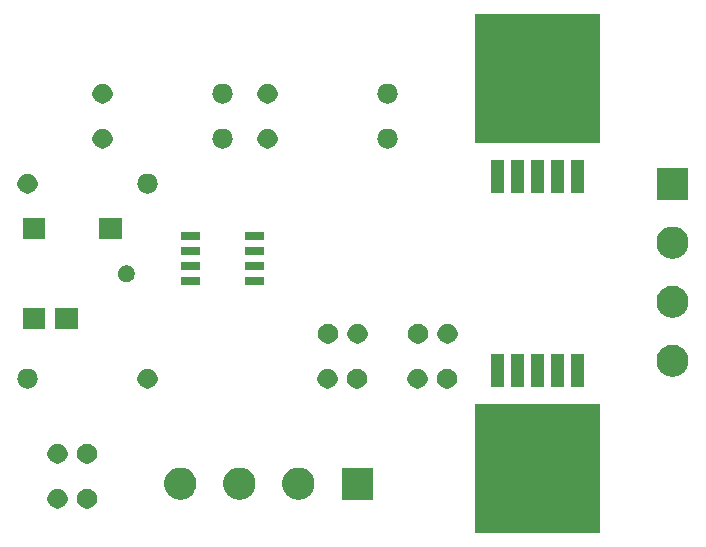
<source format=gbr>
G04 #@! TF.GenerationSoftware,KiCad,Pcbnew,(5.0.2)-1*
G04 #@! TF.CreationDate,2019-03-18T20:08:10-07:00*
G04 #@! TF.ProjectId,speaker,73706561-6b65-4722-9e6b-696361645f70,rev?*
G04 #@! TF.SameCoordinates,Original*
G04 #@! TF.FileFunction,Soldermask,Top*
G04 #@! TF.FilePolarity,Negative*
%FSLAX46Y46*%
G04 Gerber Fmt 4.6, Leading zero omitted, Abs format (unit mm)*
G04 Created by KiCad (PCBNEW (5.0.2)-1) date 3/18/2019 8:08:10 PM*
%MOMM*%
%LPD*%
G01*
G04 APERTURE LIST*
%ADD10C,0.100000*%
G04 APERTURE END LIST*
D10*
G36*
X199593400Y-119786600D02*
X189026600Y-119786600D01*
X189026600Y-108813400D01*
X199593400Y-108813400D01*
X199593400Y-119786600D01*
X199593400Y-119786600D01*
G37*
G36*
X156418228Y-116021703D02*
X156573100Y-116085853D01*
X156712481Y-116178985D01*
X156831015Y-116297519D01*
X156924147Y-116436900D01*
X156988297Y-116591772D01*
X157021000Y-116756184D01*
X157021000Y-116923816D01*
X156988297Y-117088228D01*
X156924147Y-117243100D01*
X156831015Y-117382481D01*
X156712481Y-117501015D01*
X156573100Y-117594147D01*
X156418228Y-117658297D01*
X156253816Y-117691000D01*
X156086184Y-117691000D01*
X155921772Y-117658297D01*
X155766900Y-117594147D01*
X155627519Y-117501015D01*
X155508985Y-117382481D01*
X155415853Y-117243100D01*
X155351703Y-117088228D01*
X155319000Y-116923816D01*
X155319000Y-116756184D01*
X155351703Y-116591772D01*
X155415853Y-116436900D01*
X155508985Y-116297519D01*
X155627519Y-116178985D01*
X155766900Y-116085853D01*
X155921772Y-116021703D01*
X156086184Y-115989000D01*
X156253816Y-115989000D01*
X156418228Y-116021703D01*
X156418228Y-116021703D01*
G37*
G36*
X153918228Y-116021703D02*
X154073100Y-116085853D01*
X154212481Y-116178985D01*
X154331015Y-116297519D01*
X154424147Y-116436900D01*
X154488297Y-116591772D01*
X154521000Y-116756184D01*
X154521000Y-116923816D01*
X154488297Y-117088228D01*
X154424147Y-117243100D01*
X154331015Y-117382481D01*
X154212481Y-117501015D01*
X154073100Y-117594147D01*
X153918228Y-117658297D01*
X153753816Y-117691000D01*
X153586184Y-117691000D01*
X153421772Y-117658297D01*
X153266900Y-117594147D01*
X153127519Y-117501015D01*
X153008985Y-117382481D01*
X152915853Y-117243100D01*
X152851703Y-117088228D01*
X152819000Y-116923816D01*
X152819000Y-116756184D01*
X152851703Y-116591772D01*
X152915853Y-116436900D01*
X153008985Y-116297519D01*
X153127519Y-116178985D01*
X153266900Y-116085853D01*
X153421772Y-116021703D01*
X153586184Y-115989000D01*
X153753816Y-115989000D01*
X153918228Y-116021703D01*
X153918228Y-116021703D01*
G37*
G36*
X164333567Y-114244959D02*
X164464072Y-114270918D01*
X164709939Y-114372759D01*
X164930464Y-114520110D01*
X164931215Y-114520612D01*
X165119388Y-114708785D01*
X165119390Y-114708788D01*
X165267241Y-114930061D01*
X165369082Y-115175928D01*
X165421000Y-115436938D01*
X165421000Y-115703062D01*
X165369082Y-115964072D01*
X165267241Y-116209939D01*
X165208721Y-116297519D01*
X165119388Y-116431215D01*
X164931215Y-116619388D01*
X164931212Y-116619390D01*
X164709939Y-116767241D01*
X164464072Y-116869082D01*
X164333567Y-116895041D01*
X164203063Y-116921000D01*
X163936937Y-116921000D01*
X163806433Y-116895041D01*
X163675928Y-116869082D01*
X163430061Y-116767241D01*
X163208788Y-116619390D01*
X163208785Y-116619388D01*
X163020612Y-116431215D01*
X162931279Y-116297519D01*
X162872759Y-116209939D01*
X162770918Y-115964072D01*
X162719000Y-115703062D01*
X162719000Y-115436938D01*
X162770918Y-115175928D01*
X162872759Y-114930061D01*
X163020610Y-114708788D01*
X163020612Y-114708785D01*
X163208785Y-114520612D01*
X163209536Y-114520110D01*
X163430061Y-114372759D01*
X163675928Y-114270918D01*
X163806433Y-114244959D01*
X163936937Y-114219000D01*
X164203063Y-114219000D01*
X164333567Y-114244959D01*
X164333567Y-114244959D01*
G37*
G36*
X180421000Y-116921000D02*
X177719000Y-116921000D01*
X177719000Y-114219000D01*
X180421000Y-114219000D01*
X180421000Y-116921000D01*
X180421000Y-116921000D01*
G37*
G36*
X174333567Y-114244959D02*
X174464072Y-114270918D01*
X174709939Y-114372759D01*
X174930464Y-114520110D01*
X174931215Y-114520612D01*
X175119388Y-114708785D01*
X175119390Y-114708788D01*
X175267241Y-114930061D01*
X175369082Y-115175928D01*
X175421000Y-115436938D01*
X175421000Y-115703062D01*
X175369082Y-115964072D01*
X175267241Y-116209939D01*
X175208721Y-116297519D01*
X175119388Y-116431215D01*
X174931215Y-116619388D01*
X174931212Y-116619390D01*
X174709939Y-116767241D01*
X174464072Y-116869082D01*
X174333567Y-116895041D01*
X174203063Y-116921000D01*
X173936937Y-116921000D01*
X173806433Y-116895041D01*
X173675928Y-116869082D01*
X173430061Y-116767241D01*
X173208788Y-116619390D01*
X173208785Y-116619388D01*
X173020612Y-116431215D01*
X172931279Y-116297519D01*
X172872759Y-116209939D01*
X172770918Y-115964072D01*
X172719000Y-115703062D01*
X172719000Y-115436938D01*
X172770918Y-115175928D01*
X172872759Y-114930061D01*
X173020610Y-114708788D01*
X173020612Y-114708785D01*
X173208785Y-114520612D01*
X173209536Y-114520110D01*
X173430061Y-114372759D01*
X173675928Y-114270918D01*
X173806433Y-114244959D01*
X173936937Y-114219000D01*
X174203063Y-114219000D01*
X174333567Y-114244959D01*
X174333567Y-114244959D01*
G37*
G36*
X169333567Y-114244959D02*
X169464072Y-114270918D01*
X169709939Y-114372759D01*
X169930464Y-114520110D01*
X169931215Y-114520612D01*
X170119388Y-114708785D01*
X170119390Y-114708788D01*
X170267241Y-114930061D01*
X170369082Y-115175928D01*
X170421000Y-115436938D01*
X170421000Y-115703062D01*
X170369082Y-115964072D01*
X170267241Y-116209939D01*
X170208721Y-116297519D01*
X170119388Y-116431215D01*
X169931215Y-116619388D01*
X169931212Y-116619390D01*
X169709939Y-116767241D01*
X169464072Y-116869082D01*
X169333567Y-116895041D01*
X169203063Y-116921000D01*
X168936937Y-116921000D01*
X168806433Y-116895041D01*
X168675928Y-116869082D01*
X168430061Y-116767241D01*
X168208788Y-116619390D01*
X168208785Y-116619388D01*
X168020612Y-116431215D01*
X167931279Y-116297519D01*
X167872759Y-116209939D01*
X167770918Y-115964072D01*
X167719000Y-115703062D01*
X167719000Y-115436938D01*
X167770918Y-115175928D01*
X167872759Y-114930061D01*
X168020610Y-114708788D01*
X168020612Y-114708785D01*
X168208785Y-114520612D01*
X168209536Y-114520110D01*
X168430061Y-114372759D01*
X168675928Y-114270918D01*
X168806433Y-114244959D01*
X168936937Y-114219000D01*
X169203063Y-114219000D01*
X169333567Y-114244959D01*
X169333567Y-114244959D01*
G37*
G36*
X153918228Y-112211703D02*
X154073100Y-112275853D01*
X154212481Y-112368985D01*
X154331015Y-112487519D01*
X154424147Y-112626900D01*
X154488297Y-112781772D01*
X154521000Y-112946184D01*
X154521000Y-113113816D01*
X154488297Y-113278228D01*
X154424147Y-113433100D01*
X154331015Y-113572481D01*
X154212481Y-113691015D01*
X154073100Y-113784147D01*
X153918228Y-113848297D01*
X153753816Y-113881000D01*
X153586184Y-113881000D01*
X153421772Y-113848297D01*
X153266900Y-113784147D01*
X153127519Y-113691015D01*
X153008985Y-113572481D01*
X152915853Y-113433100D01*
X152851703Y-113278228D01*
X152819000Y-113113816D01*
X152819000Y-112946184D01*
X152851703Y-112781772D01*
X152915853Y-112626900D01*
X153008985Y-112487519D01*
X153127519Y-112368985D01*
X153266900Y-112275853D01*
X153421772Y-112211703D01*
X153586184Y-112179000D01*
X153753816Y-112179000D01*
X153918228Y-112211703D01*
X153918228Y-112211703D01*
G37*
G36*
X156418228Y-112211703D02*
X156573100Y-112275853D01*
X156712481Y-112368985D01*
X156831015Y-112487519D01*
X156924147Y-112626900D01*
X156988297Y-112781772D01*
X157021000Y-112946184D01*
X157021000Y-113113816D01*
X156988297Y-113278228D01*
X156924147Y-113433100D01*
X156831015Y-113572481D01*
X156712481Y-113691015D01*
X156573100Y-113784147D01*
X156418228Y-113848297D01*
X156253816Y-113881000D01*
X156086184Y-113881000D01*
X155921772Y-113848297D01*
X155766900Y-113784147D01*
X155627519Y-113691015D01*
X155508985Y-113572481D01*
X155415853Y-113433100D01*
X155351703Y-113278228D01*
X155319000Y-113113816D01*
X155319000Y-112946184D01*
X155351703Y-112781772D01*
X155415853Y-112626900D01*
X155508985Y-112487519D01*
X155627519Y-112368985D01*
X155766900Y-112275853D01*
X155921772Y-112211703D01*
X156086184Y-112179000D01*
X156253816Y-112179000D01*
X156418228Y-112211703D01*
X156418228Y-112211703D01*
G37*
G36*
X176778228Y-105861703D02*
X176933100Y-105925853D01*
X177072481Y-106018985D01*
X177191015Y-106137519D01*
X177284147Y-106276900D01*
X177348297Y-106431772D01*
X177381000Y-106596184D01*
X177381000Y-106763816D01*
X177348297Y-106928228D01*
X177284147Y-107083100D01*
X177191015Y-107222481D01*
X177072481Y-107341015D01*
X176933100Y-107434147D01*
X176778228Y-107498297D01*
X176613816Y-107531000D01*
X176446184Y-107531000D01*
X176281772Y-107498297D01*
X176126900Y-107434147D01*
X175987519Y-107341015D01*
X175868985Y-107222481D01*
X175775853Y-107083100D01*
X175711703Y-106928228D01*
X175679000Y-106763816D01*
X175679000Y-106596184D01*
X175711703Y-106431772D01*
X175775853Y-106276900D01*
X175868985Y-106137519D01*
X175987519Y-106018985D01*
X176126900Y-105925853D01*
X176281772Y-105861703D01*
X176446184Y-105829000D01*
X176613816Y-105829000D01*
X176778228Y-105861703D01*
X176778228Y-105861703D01*
G37*
G36*
X184398228Y-105861703D02*
X184553100Y-105925853D01*
X184692481Y-106018985D01*
X184811015Y-106137519D01*
X184904147Y-106276900D01*
X184968297Y-106431772D01*
X185001000Y-106596184D01*
X185001000Y-106763816D01*
X184968297Y-106928228D01*
X184904147Y-107083100D01*
X184811015Y-107222481D01*
X184692481Y-107341015D01*
X184553100Y-107434147D01*
X184398228Y-107498297D01*
X184233816Y-107531000D01*
X184066184Y-107531000D01*
X183901772Y-107498297D01*
X183746900Y-107434147D01*
X183607519Y-107341015D01*
X183488985Y-107222481D01*
X183395853Y-107083100D01*
X183331703Y-106928228D01*
X183299000Y-106763816D01*
X183299000Y-106596184D01*
X183331703Y-106431772D01*
X183395853Y-106276900D01*
X183488985Y-106137519D01*
X183607519Y-106018985D01*
X183746900Y-105925853D01*
X183901772Y-105861703D01*
X184066184Y-105829000D01*
X184233816Y-105829000D01*
X184398228Y-105861703D01*
X184398228Y-105861703D01*
G37*
G36*
X186898228Y-105861703D02*
X187053100Y-105925853D01*
X187192481Y-106018985D01*
X187311015Y-106137519D01*
X187404147Y-106276900D01*
X187468297Y-106431772D01*
X187501000Y-106596184D01*
X187501000Y-106763816D01*
X187468297Y-106928228D01*
X187404147Y-107083100D01*
X187311015Y-107222481D01*
X187192481Y-107341015D01*
X187053100Y-107434147D01*
X186898228Y-107498297D01*
X186733816Y-107531000D01*
X186566184Y-107531000D01*
X186401772Y-107498297D01*
X186246900Y-107434147D01*
X186107519Y-107341015D01*
X185988985Y-107222481D01*
X185895853Y-107083100D01*
X185831703Y-106928228D01*
X185799000Y-106763816D01*
X185799000Y-106596184D01*
X185831703Y-106431772D01*
X185895853Y-106276900D01*
X185988985Y-106137519D01*
X186107519Y-106018985D01*
X186246900Y-105925853D01*
X186401772Y-105861703D01*
X186566184Y-105829000D01*
X186733816Y-105829000D01*
X186898228Y-105861703D01*
X186898228Y-105861703D01*
G37*
G36*
X161538228Y-105861703D02*
X161693100Y-105925853D01*
X161832481Y-106018985D01*
X161951015Y-106137519D01*
X162044147Y-106276900D01*
X162108297Y-106431772D01*
X162141000Y-106596184D01*
X162141000Y-106763816D01*
X162108297Y-106928228D01*
X162044147Y-107083100D01*
X161951015Y-107222481D01*
X161832481Y-107341015D01*
X161693100Y-107434147D01*
X161538228Y-107498297D01*
X161373816Y-107531000D01*
X161206184Y-107531000D01*
X161041772Y-107498297D01*
X160886900Y-107434147D01*
X160747519Y-107341015D01*
X160628985Y-107222481D01*
X160535853Y-107083100D01*
X160471703Y-106928228D01*
X160439000Y-106763816D01*
X160439000Y-106596184D01*
X160471703Y-106431772D01*
X160535853Y-106276900D01*
X160628985Y-106137519D01*
X160747519Y-106018985D01*
X160886900Y-105925853D01*
X161041772Y-105861703D01*
X161206184Y-105829000D01*
X161373816Y-105829000D01*
X161538228Y-105861703D01*
X161538228Y-105861703D01*
G37*
G36*
X179278228Y-105861703D02*
X179433100Y-105925853D01*
X179572481Y-106018985D01*
X179691015Y-106137519D01*
X179784147Y-106276900D01*
X179848297Y-106431772D01*
X179881000Y-106596184D01*
X179881000Y-106763816D01*
X179848297Y-106928228D01*
X179784147Y-107083100D01*
X179691015Y-107222481D01*
X179572481Y-107341015D01*
X179433100Y-107434147D01*
X179278228Y-107498297D01*
X179113816Y-107531000D01*
X178946184Y-107531000D01*
X178781772Y-107498297D01*
X178626900Y-107434147D01*
X178487519Y-107341015D01*
X178368985Y-107222481D01*
X178275853Y-107083100D01*
X178211703Y-106928228D01*
X178179000Y-106763816D01*
X178179000Y-106596184D01*
X178211703Y-106431772D01*
X178275853Y-106276900D01*
X178368985Y-106137519D01*
X178487519Y-106018985D01*
X178626900Y-105925853D01*
X178781772Y-105861703D01*
X178946184Y-105829000D01*
X179113816Y-105829000D01*
X179278228Y-105861703D01*
X179278228Y-105861703D01*
G37*
G36*
X151296821Y-105841313D02*
X151296824Y-105841314D01*
X151296825Y-105841314D01*
X151457239Y-105889975D01*
X151457241Y-105889976D01*
X151457244Y-105889977D01*
X151605078Y-105968995D01*
X151734659Y-106075341D01*
X151841005Y-106204922D01*
X151920023Y-106352756D01*
X151920024Y-106352759D01*
X151920025Y-106352761D01*
X151968686Y-106513175D01*
X151968687Y-106513179D01*
X151985117Y-106680000D01*
X151968687Y-106846821D01*
X151968686Y-106846824D01*
X151968686Y-106846825D01*
X151943993Y-106928228D01*
X151920023Y-107007244D01*
X151841005Y-107155078D01*
X151734659Y-107284659D01*
X151605078Y-107391005D01*
X151457244Y-107470023D01*
X151457241Y-107470024D01*
X151457239Y-107470025D01*
X151296825Y-107518686D01*
X151296824Y-107518686D01*
X151296821Y-107518687D01*
X151171804Y-107531000D01*
X151088196Y-107531000D01*
X150963179Y-107518687D01*
X150963176Y-107518686D01*
X150963175Y-107518686D01*
X150802761Y-107470025D01*
X150802759Y-107470024D01*
X150802756Y-107470023D01*
X150654922Y-107391005D01*
X150525341Y-107284659D01*
X150418995Y-107155078D01*
X150339977Y-107007244D01*
X150316008Y-106928228D01*
X150291314Y-106846825D01*
X150291314Y-106846824D01*
X150291313Y-106846821D01*
X150274883Y-106680000D01*
X150291313Y-106513179D01*
X150291314Y-106513175D01*
X150339975Y-106352761D01*
X150339976Y-106352759D01*
X150339977Y-106352756D01*
X150418995Y-106204922D01*
X150525341Y-106075341D01*
X150654922Y-105968995D01*
X150802756Y-105889977D01*
X150802759Y-105889976D01*
X150802761Y-105889975D01*
X150963175Y-105841314D01*
X150963176Y-105841314D01*
X150963179Y-105841313D01*
X151088196Y-105829000D01*
X151171804Y-105829000D01*
X151296821Y-105841313D01*
X151296821Y-105841313D01*
G37*
G36*
X196570800Y-107416800D02*
X195452800Y-107416800D01*
X195452800Y-104622400D01*
X196570800Y-104622400D01*
X196570800Y-107416800D01*
X196570800Y-107416800D01*
G37*
G36*
X198272600Y-107416800D02*
X197154600Y-107416800D01*
X197154600Y-104622400D01*
X198272600Y-104622400D01*
X198272600Y-107416800D01*
X198272600Y-107416800D01*
G37*
G36*
X194869000Y-107416800D02*
X193751000Y-107416800D01*
X193751000Y-104622400D01*
X194869000Y-104622400D01*
X194869000Y-107416800D01*
X194869000Y-107416800D01*
G37*
G36*
X193167200Y-107416800D02*
X192049200Y-107416800D01*
X192049200Y-104622400D01*
X193167200Y-104622400D01*
X193167200Y-107416800D01*
X193167200Y-107416800D01*
G37*
G36*
X191465400Y-107416800D02*
X190347400Y-107416800D01*
X190347400Y-104622400D01*
X191465400Y-104622400D01*
X191465400Y-107416800D01*
X191465400Y-107416800D01*
G37*
G36*
X206003567Y-103844959D02*
X206134072Y-103870918D01*
X206379939Y-103972759D01*
X206600464Y-104120110D01*
X206601215Y-104120612D01*
X206789388Y-104308785D01*
X206789390Y-104308788D01*
X206937241Y-104530061D01*
X207039082Y-104775928D01*
X207091000Y-105036938D01*
X207091000Y-105303062D01*
X207039082Y-105564072D01*
X206937241Y-105809939D01*
X206797560Y-106018985D01*
X206789388Y-106031215D01*
X206601215Y-106219388D01*
X206601212Y-106219390D01*
X206379939Y-106367241D01*
X206134072Y-106469082D01*
X206003567Y-106495041D01*
X205873063Y-106521000D01*
X205606937Y-106521000D01*
X205476433Y-106495041D01*
X205345928Y-106469082D01*
X205100061Y-106367241D01*
X204878788Y-106219390D01*
X204878785Y-106219388D01*
X204690612Y-106031215D01*
X204682440Y-106018985D01*
X204542759Y-105809939D01*
X204440918Y-105564072D01*
X204389000Y-105303062D01*
X204389000Y-105036938D01*
X204440918Y-104775928D01*
X204542759Y-104530061D01*
X204690610Y-104308788D01*
X204690612Y-104308785D01*
X204878785Y-104120612D01*
X204879536Y-104120110D01*
X205100061Y-103972759D01*
X205345928Y-103870918D01*
X205476433Y-103844959D01*
X205606937Y-103819000D01*
X205873063Y-103819000D01*
X206003567Y-103844959D01*
X206003567Y-103844959D01*
G37*
G36*
X184438228Y-102051703D02*
X184593100Y-102115853D01*
X184732481Y-102208985D01*
X184851015Y-102327519D01*
X184944147Y-102466900D01*
X185008297Y-102621772D01*
X185041000Y-102786184D01*
X185041000Y-102953816D01*
X185008297Y-103118228D01*
X184944147Y-103273100D01*
X184851015Y-103412481D01*
X184732481Y-103531015D01*
X184593100Y-103624147D01*
X184438228Y-103688297D01*
X184273816Y-103721000D01*
X184106184Y-103721000D01*
X183941772Y-103688297D01*
X183786900Y-103624147D01*
X183647519Y-103531015D01*
X183528985Y-103412481D01*
X183435853Y-103273100D01*
X183371703Y-103118228D01*
X183339000Y-102953816D01*
X183339000Y-102786184D01*
X183371703Y-102621772D01*
X183435853Y-102466900D01*
X183528985Y-102327519D01*
X183647519Y-102208985D01*
X183786900Y-102115853D01*
X183941772Y-102051703D01*
X184106184Y-102019000D01*
X184273816Y-102019000D01*
X184438228Y-102051703D01*
X184438228Y-102051703D01*
G37*
G36*
X186938228Y-102051703D02*
X187093100Y-102115853D01*
X187232481Y-102208985D01*
X187351015Y-102327519D01*
X187444147Y-102466900D01*
X187508297Y-102621772D01*
X187541000Y-102786184D01*
X187541000Y-102953816D01*
X187508297Y-103118228D01*
X187444147Y-103273100D01*
X187351015Y-103412481D01*
X187232481Y-103531015D01*
X187093100Y-103624147D01*
X186938228Y-103688297D01*
X186773816Y-103721000D01*
X186606184Y-103721000D01*
X186441772Y-103688297D01*
X186286900Y-103624147D01*
X186147519Y-103531015D01*
X186028985Y-103412481D01*
X185935853Y-103273100D01*
X185871703Y-103118228D01*
X185839000Y-102953816D01*
X185839000Y-102786184D01*
X185871703Y-102621772D01*
X185935853Y-102466900D01*
X186028985Y-102327519D01*
X186147519Y-102208985D01*
X186286900Y-102115853D01*
X186441772Y-102051703D01*
X186606184Y-102019000D01*
X186773816Y-102019000D01*
X186938228Y-102051703D01*
X186938228Y-102051703D01*
G37*
G36*
X179318228Y-102051703D02*
X179473100Y-102115853D01*
X179612481Y-102208985D01*
X179731015Y-102327519D01*
X179824147Y-102466900D01*
X179888297Y-102621772D01*
X179921000Y-102786184D01*
X179921000Y-102953816D01*
X179888297Y-103118228D01*
X179824147Y-103273100D01*
X179731015Y-103412481D01*
X179612481Y-103531015D01*
X179473100Y-103624147D01*
X179318228Y-103688297D01*
X179153816Y-103721000D01*
X178986184Y-103721000D01*
X178821772Y-103688297D01*
X178666900Y-103624147D01*
X178527519Y-103531015D01*
X178408985Y-103412481D01*
X178315853Y-103273100D01*
X178251703Y-103118228D01*
X178219000Y-102953816D01*
X178219000Y-102786184D01*
X178251703Y-102621772D01*
X178315853Y-102466900D01*
X178408985Y-102327519D01*
X178527519Y-102208985D01*
X178666900Y-102115853D01*
X178821772Y-102051703D01*
X178986184Y-102019000D01*
X179153816Y-102019000D01*
X179318228Y-102051703D01*
X179318228Y-102051703D01*
G37*
G36*
X176818228Y-102051703D02*
X176973100Y-102115853D01*
X177112481Y-102208985D01*
X177231015Y-102327519D01*
X177324147Y-102466900D01*
X177388297Y-102621772D01*
X177421000Y-102786184D01*
X177421000Y-102953816D01*
X177388297Y-103118228D01*
X177324147Y-103273100D01*
X177231015Y-103412481D01*
X177112481Y-103531015D01*
X176973100Y-103624147D01*
X176818228Y-103688297D01*
X176653816Y-103721000D01*
X176486184Y-103721000D01*
X176321772Y-103688297D01*
X176166900Y-103624147D01*
X176027519Y-103531015D01*
X175908985Y-103412481D01*
X175815853Y-103273100D01*
X175751703Y-103118228D01*
X175719000Y-102953816D01*
X175719000Y-102786184D01*
X175751703Y-102621772D01*
X175815853Y-102466900D01*
X175908985Y-102327519D01*
X176027519Y-102208985D01*
X176166900Y-102115853D01*
X176321772Y-102051703D01*
X176486184Y-102019000D01*
X176653816Y-102019000D01*
X176818228Y-102051703D01*
X176818228Y-102051703D01*
G37*
G36*
X155391000Y-102491000D02*
X153489000Y-102491000D01*
X153489000Y-100739000D01*
X155391000Y-100739000D01*
X155391000Y-102491000D01*
X155391000Y-102491000D01*
G37*
G36*
X152641000Y-102491000D02*
X150739000Y-102491000D01*
X150739000Y-100739000D01*
X152641000Y-100739000D01*
X152641000Y-102491000D01*
X152641000Y-102491000D01*
G37*
G36*
X206003567Y-98844959D02*
X206134072Y-98870918D01*
X206379939Y-98972759D01*
X206600464Y-99120110D01*
X206601215Y-99120612D01*
X206789388Y-99308785D01*
X206789390Y-99308788D01*
X206937241Y-99530061D01*
X207039082Y-99775928D01*
X207091000Y-100036938D01*
X207091000Y-100303062D01*
X207039082Y-100564072D01*
X206937241Y-100809939D01*
X206789890Y-101030464D01*
X206789388Y-101031215D01*
X206601215Y-101219388D01*
X206601212Y-101219390D01*
X206379939Y-101367241D01*
X206134072Y-101469082D01*
X206003567Y-101495041D01*
X205873063Y-101521000D01*
X205606937Y-101521000D01*
X205476433Y-101495041D01*
X205345928Y-101469082D01*
X205100061Y-101367241D01*
X204878788Y-101219390D01*
X204878785Y-101219388D01*
X204690612Y-101031215D01*
X204690110Y-101030464D01*
X204542759Y-100809939D01*
X204440918Y-100564072D01*
X204389000Y-100303062D01*
X204389000Y-100036938D01*
X204440918Y-99775928D01*
X204542759Y-99530061D01*
X204690610Y-99308788D01*
X204690612Y-99308785D01*
X204878785Y-99120612D01*
X204879536Y-99120110D01*
X205100061Y-98972759D01*
X205345928Y-98870918D01*
X205476433Y-98844959D01*
X205606937Y-98819000D01*
X205873063Y-98819000D01*
X206003567Y-98844959D01*
X206003567Y-98844959D01*
G37*
G36*
X171165700Y-98780800D02*
X169514300Y-98780800D01*
X169514300Y-98069200D01*
X171165700Y-98069200D01*
X171165700Y-98780800D01*
X171165700Y-98780800D01*
G37*
G36*
X165765700Y-98780800D02*
X164114300Y-98780800D01*
X164114300Y-98069200D01*
X165765700Y-98069200D01*
X165765700Y-98780800D01*
X165765700Y-98780800D01*
G37*
G36*
X159694472Y-97115938D02*
X159822049Y-97168782D01*
X159936865Y-97245500D01*
X160034500Y-97343135D01*
X160111218Y-97457951D01*
X160164062Y-97585528D01*
X160191000Y-97720956D01*
X160191000Y-97859044D01*
X160164062Y-97994472D01*
X160111218Y-98122049D01*
X160034500Y-98236865D01*
X159936865Y-98334500D01*
X159822049Y-98411218D01*
X159694472Y-98464062D01*
X159559044Y-98491000D01*
X159420956Y-98491000D01*
X159285528Y-98464062D01*
X159157951Y-98411218D01*
X159043135Y-98334500D01*
X158945500Y-98236865D01*
X158868782Y-98122049D01*
X158815938Y-97994472D01*
X158789000Y-97859044D01*
X158789000Y-97720956D01*
X158815938Y-97585528D01*
X158868782Y-97457951D01*
X158945500Y-97343135D01*
X159043135Y-97245500D01*
X159157951Y-97168782D01*
X159285528Y-97115938D01*
X159420956Y-97089000D01*
X159559044Y-97089000D01*
X159694472Y-97115938D01*
X159694472Y-97115938D01*
G37*
G36*
X171165700Y-97510800D02*
X169514300Y-97510800D01*
X169514300Y-96799200D01*
X171165700Y-96799200D01*
X171165700Y-97510800D01*
X171165700Y-97510800D01*
G37*
G36*
X165765700Y-97510800D02*
X164114300Y-97510800D01*
X164114300Y-96799200D01*
X165765700Y-96799200D01*
X165765700Y-97510800D01*
X165765700Y-97510800D01*
G37*
G36*
X206003567Y-93844959D02*
X206134072Y-93870918D01*
X206379939Y-93972759D01*
X206600464Y-94120110D01*
X206601215Y-94120612D01*
X206789388Y-94308785D01*
X206789390Y-94308788D01*
X206937241Y-94530061D01*
X207039082Y-94775928D01*
X207091000Y-95036938D01*
X207091000Y-95303062D01*
X207039082Y-95564072D01*
X206937241Y-95809939D01*
X206789890Y-96030464D01*
X206789388Y-96031215D01*
X206601215Y-96219388D01*
X206601212Y-96219390D01*
X206379939Y-96367241D01*
X206134072Y-96469082D01*
X206003567Y-96495041D01*
X205873063Y-96521000D01*
X205606937Y-96521000D01*
X205476433Y-96495041D01*
X205345928Y-96469082D01*
X205100061Y-96367241D01*
X204878788Y-96219390D01*
X204878785Y-96219388D01*
X204690612Y-96031215D01*
X204690110Y-96030464D01*
X204542759Y-95809939D01*
X204440918Y-95564072D01*
X204389000Y-95303062D01*
X204389000Y-95036938D01*
X204440918Y-94775928D01*
X204542759Y-94530061D01*
X204690610Y-94308788D01*
X204690612Y-94308785D01*
X204878785Y-94120612D01*
X204879536Y-94120110D01*
X205100061Y-93972759D01*
X205345928Y-93870918D01*
X205476433Y-93844959D01*
X205606937Y-93819000D01*
X205873063Y-93819000D01*
X206003567Y-93844959D01*
X206003567Y-93844959D01*
G37*
G36*
X165765700Y-96240800D02*
X164114300Y-96240800D01*
X164114300Y-95529200D01*
X165765700Y-95529200D01*
X165765700Y-96240800D01*
X165765700Y-96240800D01*
G37*
G36*
X171165700Y-96240800D02*
X169514300Y-96240800D01*
X169514300Y-95529200D01*
X171165700Y-95529200D01*
X171165700Y-96240800D01*
X171165700Y-96240800D01*
G37*
G36*
X171165700Y-94970800D02*
X169514300Y-94970800D01*
X169514300Y-94259200D01*
X171165700Y-94259200D01*
X171165700Y-94970800D01*
X171165700Y-94970800D01*
G37*
G36*
X165765700Y-94970800D02*
X164114300Y-94970800D01*
X164114300Y-94259200D01*
X165765700Y-94259200D01*
X165765700Y-94970800D01*
X165765700Y-94970800D01*
G37*
G36*
X152641000Y-94841000D02*
X150739000Y-94841000D01*
X150739000Y-93089000D01*
X152641000Y-93089000D01*
X152641000Y-94841000D01*
X152641000Y-94841000D01*
G37*
G36*
X159091000Y-94841000D02*
X157189000Y-94841000D01*
X157189000Y-93089000D01*
X159091000Y-93089000D01*
X159091000Y-94841000D01*
X159091000Y-94841000D01*
G37*
G36*
X207091000Y-91521000D02*
X204389000Y-91521000D01*
X204389000Y-88819000D01*
X207091000Y-88819000D01*
X207091000Y-91521000D01*
X207091000Y-91521000D01*
G37*
G36*
X161456821Y-89331313D02*
X161456824Y-89331314D01*
X161456825Y-89331314D01*
X161617239Y-89379975D01*
X161617241Y-89379976D01*
X161617244Y-89379977D01*
X161765078Y-89458995D01*
X161894659Y-89565341D01*
X162001005Y-89694922D01*
X162080023Y-89842756D01*
X162080024Y-89842759D01*
X162080025Y-89842761D01*
X162128686Y-90003175D01*
X162128687Y-90003179D01*
X162145117Y-90170000D01*
X162128687Y-90336821D01*
X162128686Y-90336824D01*
X162128686Y-90336825D01*
X162103993Y-90418228D01*
X162080023Y-90497244D01*
X162001005Y-90645078D01*
X161894659Y-90774659D01*
X161765078Y-90881005D01*
X161617244Y-90960023D01*
X161617241Y-90960024D01*
X161617239Y-90960025D01*
X161456825Y-91008686D01*
X161456824Y-91008686D01*
X161456821Y-91008687D01*
X161331804Y-91021000D01*
X161248196Y-91021000D01*
X161123179Y-91008687D01*
X161123176Y-91008686D01*
X161123175Y-91008686D01*
X160962761Y-90960025D01*
X160962759Y-90960024D01*
X160962756Y-90960023D01*
X160814922Y-90881005D01*
X160685341Y-90774659D01*
X160578995Y-90645078D01*
X160499977Y-90497244D01*
X160476008Y-90418228D01*
X160451314Y-90336825D01*
X160451314Y-90336824D01*
X160451313Y-90336821D01*
X160434883Y-90170000D01*
X160451313Y-90003179D01*
X160451314Y-90003175D01*
X160499975Y-89842761D01*
X160499976Y-89842759D01*
X160499977Y-89842756D01*
X160578995Y-89694922D01*
X160685341Y-89565341D01*
X160814922Y-89458995D01*
X160962756Y-89379977D01*
X160962759Y-89379976D01*
X160962761Y-89379975D01*
X161123175Y-89331314D01*
X161123176Y-89331314D01*
X161123179Y-89331313D01*
X161248196Y-89319000D01*
X161331804Y-89319000D01*
X161456821Y-89331313D01*
X161456821Y-89331313D01*
G37*
G36*
X151378228Y-89351703D02*
X151533100Y-89415853D01*
X151672481Y-89508985D01*
X151791015Y-89627519D01*
X151884147Y-89766900D01*
X151948297Y-89921772D01*
X151981000Y-90086184D01*
X151981000Y-90253816D01*
X151948297Y-90418228D01*
X151884147Y-90573100D01*
X151791015Y-90712481D01*
X151672481Y-90831015D01*
X151533100Y-90924147D01*
X151378228Y-90988297D01*
X151213816Y-91021000D01*
X151046184Y-91021000D01*
X150881772Y-90988297D01*
X150726900Y-90924147D01*
X150587519Y-90831015D01*
X150468985Y-90712481D01*
X150375853Y-90573100D01*
X150311703Y-90418228D01*
X150279000Y-90253816D01*
X150279000Y-90086184D01*
X150311703Y-89921772D01*
X150375853Y-89766900D01*
X150468985Y-89627519D01*
X150587519Y-89508985D01*
X150726900Y-89415853D01*
X150881772Y-89351703D01*
X151046184Y-89319000D01*
X151213816Y-89319000D01*
X151378228Y-89351703D01*
X151378228Y-89351703D01*
G37*
G36*
X198272600Y-90957600D02*
X197154600Y-90957600D01*
X197154600Y-88163200D01*
X198272600Y-88163200D01*
X198272600Y-90957600D01*
X198272600Y-90957600D01*
G37*
G36*
X191465400Y-90957600D02*
X190347400Y-90957600D01*
X190347400Y-88163200D01*
X191465400Y-88163200D01*
X191465400Y-90957600D01*
X191465400Y-90957600D01*
G37*
G36*
X193167200Y-90957600D02*
X192049200Y-90957600D01*
X192049200Y-88163200D01*
X193167200Y-88163200D01*
X193167200Y-90957600D01*
X193167200Y-90957600D01*
G37*
G36*
X194869000Y-90957600D02*
X193751000Y-90957600D01*
X193751000Y-88163200D01*
X194869000Y-88163200D01*
X194869000Y-90957600D01*
X194869000Y-90957600D01*
G37*
G36*
X196570800Y-90957600D02*
X195452800Y-90957600D01*
X195452800Y-88163200D01*
X196570800Y-88163200D01*
X196570800Y-90957600D01*
X196570800Y-90957600D01*
G37*
G36*
X167806821Y-85521313D02*
X167806824Y-85521314D01*
X167806825Y-85521314D01*
X167967239Y-85569975D01*
X167967241Y-85569976D01*
X167967244Y-85569977D01*
X168115078Y-85648995D01*
X168244659Y-85755341D01*
X168351005Y-85884922D01*
X168430023Y-86032756D01*
X168430024Y-86032759D01*
X168430025Y-86032761D01*
X168478686Y-86193175D01*
X168478687Y-86193179D01*
X168495117Y-86360000D01*
X168478687Y-86526821D01*
X168478686Y-86526824D01*
X168478686Y-86526825D01*
X168453993Y-86608228D01*
X168430023Y-86687244D01*
X168351005Y-86835078D01*
X168244659Y-86964659D01*
X168115078Y-87071005D01*
X167967244Y-87150023D01*
X167967241Y-87150024D01*
X167967239Y-87150025D01*
X167806825Y-87198686D01*
X167806824Y-87198686D01*
X167806821Y-87198687D01*
X167681804Y-87211000D01*
X167598196Y-87211000D01*
X167473179Y-87198687D01*
X167473176Y-87198686D01*
X167473175Y-87198686D01*
X167312761Y-87150025D01*
X167312759Y-87150024D01*
X167312756Y-87150023D01*
X167164922Y-87071005D01*
X167035341Y-86964659D01*
X166928995Y-86835078D01*
X166849977Y-86687244D01*
X166826008Y-86608228D01*
X166801314Y-86526825D01*
X166801314Y-86526824D01*
X166801313Y-86526821D01*
X166784883Y-86360000D01*
X166801313Y-86193179D01*
X166801314Y-86193175D01*
X166849975Y-86032761D01*
X166849976Y-86032759D01*
X166849977Y-86032756D01*
X166928995Y-85884922D01*
X167035341Y-85755341D01*
X167164922Y-85648995D01*
X167312756Y-85569977D01*
X167312759Y-85569976D01*
X167312761Y-85569975D01*
X167473175Y-85521314D01*
X167473176Y-85521314D01*
X167473179Y-85521313D01*
X167598196Y-85509000D01*
X167681804Y-85509000D01*
X167806821Y-85521313D01*
X167806821Y-85521313D01*
G37*
G36*
X181776821Y-85521313D02*
X181776824Y-85521314D01*
X181776825Y-85521314D01*
X181937239Y-85569975D01*
X181937241Y-85569976D01*
X181937244Y-85569977D01*
X182085078Y-85648995D01*
X182214659Y-85755341D01*
X182321005Y-85884922D01*
X182400023Y-86032756D01*
X182400024Y-86032759D01*
X182400025Y-86032761D01*
X182448686Y-86193175D01*
X182448687Y-86193179D01*
X182465117Y-86360000D01*
X182448687Y-86526821D01*
X182448686Y-86526824D01*
X182448686Y-86526825D01*
X182423993Y-86608228D01*
X182400023Y-86687244D01*
X182321005Y-86835078D01*
X182214659Y-86964659D01*
X182085078Y-87071005D01*
X181937244Y-87150023D01*
X181937241Y-87150024D01*
X181937239Y-87150025D01*
X181776825Y-87198686D01*
X181776824Y-87198686D01*
X181776821Y-87198687D01*
X181651804Y-87211000D01*
X181568196Y-87211000D01*
X181443179Y-87198687D01*
X181443176Y-87198686D01*
X181443175Y-87198686D01*
X181282761Y-87150025D01*
X181282759Y-87150024D01*
X181282756Y-87150023D01*
X181134922Y-87071005D01*
X181005341Y-86964659D01*
X180898995Y-86835078D01*
X180819977Y-86687244D01*
X180796008Y-86608228D01*
X180771314Y-86526825D01*
X180771314Y-86526824D01*
X180771313Y-86526821D01*
X180754883Y-86360000D01*
X180771313Y-86193179D01*
X180771314Y-86193175D01*
X180819975Y-86032761D01*
X180819976Y-86032759D01*
X180819977Y-86032756D01*
X180898995Y-85884922D01*
X181005341Y-85755341D01*
X181134922Y-85648995D01*
X181282756Y-85569977D01*
X181282759Y-85569976D01*
X181282761Y-85569975D01*
X181443175Y-85521314D01*
X181443176Y-85521314D01*
X181443179Y-85521313D01*
X181568196Y-85509000D01*
X181651804Y-85509000D01*
X181776821Y-85521313D01*
X181776821Y-85521313D01*
G37*
G36*
X171698228Y-85541703D02*
X171853100Y-85605853D01*
X171992481Y-85698985D01*
X172111015Y-85817519D01*
X172204147Y-85956900D01*
X172268297Y-86111772D01*
X172301000Y-86276184D01*
X172301000Y-86443816D01*
X172268297Y-86608228D01*
X172204147Y-86763100D01*
X172111015Y-86902481D01*
X171992481Y-87021015D01*
X171853100Y-87114147D01*
X171698228Y-87178297D01*
X171533816Y-87211000D01*
X171366184Y-87211000D01*
X171201772Y-87178297D01*
X171046900Y-87114147D01*
X170907519Y-87021015D01*
X170788985Y-86902481D01*
X170695853Y-86763100D01*
X170631703Y-86608228D01*
X170599000Y-86443816D01*
X170599000Y-86276184D01*
X170631703Y-86111772D01*
X170695853Y-85956900D01*
X170788985Y-85817519D01*
X170907519Y-85698985D01*
X171046900Y-85605853D01*
X171201772Y-85541703D01*
X171366184Y-85509000D01*
X171533816Y-85509000D01*
X171698228Y-85541703D01*
X171698228Y-85541703D01*
G37*
G36*
X157728228Y-85541703D02*
X157883100Y-85605853D01*
X158022481Y-85698985D01*
X158141015Y-85817519D01*
X158234147Y-85956900D01*
X158298297Y-86111772D01*
X158331000Y-86276184D01*
X158331000Y-86443816D01*
X158298297Y-86608228D01*
X158234147Y-86763100D01*
X158141015Y-86902481D01*
X158022481Y-87021015D01*
X157883100Y-87114147D01*
X157728228Y-87178297D01*
X157563816Y-87211000D01*
X157396184Y-87211000D01*
X157231772Y-87178297D01*
X157076900Y-87114147D01*
X156937519Y-87021015D01*
X156818985Y-86902481D01*
X156725853Y-86763100D01*
X156661703Y-86608228D01*
X156629000Y-86443816D01*
X156629000Y-86276184D01*
X156661703Y-86111772D01*
X156725853Y-85956900D01*
X156818985Y-85817519D01*
X156937519Y-85698985D01*
X157076900Y-85605853D01*
X157231772Y-85541703D01*
X157396184Y-85509000D01*
X157563816Y-85509000D01*
X157728228Y-85541703D01*
X157728228Y-85541703D01*
G37*
G36*
X199593400Y-86766600D02*
X189026600Y-86766600D01*
X189026600Y-75793400D01*
X199593400Y-75793400D01*
X199593400Y-86766600D01*
X199593400Y-86766600D01*
G37*
G36*
X181776821Y-81711313D02*
X181776824Y-81711314D01*
X181776825Y-81711314D01*
X181937239Y-81759975D01*
X181937241Y-81759976D01*
X181937244Y-81759977D01*
X182085078Y-81838995D01*
X182214659Y-81945341D01*
X182321005Y-82074922D01*
X182400023Y-82222756D01*
X182400024Y-82222759D01*
X182400025Y-82222761D01*
X182448686Y-82383175D01*
X182448687Y-82383179D01*
X182465117Y-82550000D01*
X182448687Y-82716821D01*
X182448686Y-82716824D01*
X182448686Y-82716825D01*
X182423993Y-82798228D01*
X182400023Y-82877244D01*
X182321005Y-83025078D01*
X182214659Y-83154659D01*
X182085078Y-83261005D01*
X181937244Y-83340023D01*
X181937241Y-83340024D01*
X181937239Y-83340025D01*
X181776825Y-83388686D01*
X181776824Y-83388686D01*
X181776821Y-83388687D01*
X181651804Y-83401000D01*
X181568196Y-83401000D01*
X181443179Y-83388687D01*
X181443176Y-83388686D01*
X181443175Y-83388686D01*
X181282761Y-83340025D01*
X181282759Y-83340024D01*
X181282756Y-83340023D01*
X181134922Y-83261005D01*
X181005341Y-83154659D01*
X180898995Y-83025078D01*
X180819977Y-82877244D01*
X180796008Y-82798228D01*
X180771314Y-82716825D01*
X180771314Y-82716824D01*
X180771313Y-82716821D01*
X180754883Y-82550000D01*
X180771313Y-82383179D01*
X180771314Y-82383175D01*
X180819975Y-82222761D01*
X180819976Y-82222759D01*
X180819977Y-82222756D01*
X180898995Y-82074922D01*
X181005341Y-81945341D01*
X181134922Y-81838995D01*
X181282756Y-81759977D01*
X181282759Y-81759976D01*
X181282761Y-81759975D01*
X181443175Y-81711314D01*
X181443176Y-81711314D01*
X181443179Y-81711313D01*
X181568196Y-81699000D01*
X181651804Y-81699000D01*
X181776821Y-81711313D01*
X181776821Y-81711313D01*
G37*
G36*
X171698228Y-81731703D02*
X171853100Y-81795853D01*
X171992481Y-81888985D01*
X172111015Y-82007519D01*
X172204147Y-82146900D01*
X172268297Y-82301772D01*
X172301000Y-82466184D01*
X172301000Y-82633816D01*
X172268297Y-82798228D01*
X172204147Y-82953100D01*
X172111015Y-83092481D01*
X171992481Y-83211015D01*
X171853100Y-83304147D01*
X171698228Y-83368297D01*
X171533816Y-83401000D01*
X171366184Y-83401000D01*
X171201772Y-83368297D01*
X171046900Y-83304147D01*
X170907519Y-83211015D01*
X170788985Y-83092481D01*
X170695853Y-82953100D01*
X170631703Y-82798228D01*
X170599000Y-82633816D01*
X170599000Y-82466184D01*
X170631703Y-82301772D01*
X170695853Y-82146900D01*
X170788985Y-82007519D01*
X170907519Y-81888985D01*
X171046900Y-81795853D01*
X171201772Y-81731703D01*
X171366184Y-81699000D01*
X171533816Y-81699000D01*
X171698228Y-81731703D01*
X171698228Y-81731703D01*
G37*
G36*
X167806821Y-81711313D02*
X167806824Y-81711314D01*
X167806825Y-81711314D01*
X167967239Y-81759975D01*
X167967241Y-81759976D01*
X167967244Y-81759977D01*
X168115078Y-81838995D01*
X168244659Y-81945341D01*
X168351005Y-82074922D01*
X168430023Y-82222756D01*
X168430024Y-82222759D01*
X168430025Y-82222761D01*
X168478686Y-82383175D01*
X168478687Y-82383179D01*
X168495117Y-82550000D01*
X168478687Y-82716821D01*
X168478686Y-82716824D01*
X168478686Y-82716825D01*
X168453993Y-82798228D01*
X168430023Y-82877244D01*
X168351005Y-83025078D01*
X168244659Y-83154659D01*
X168115078Y-83261005D01*
X167967244Y-83340023D01*
X167967241Y-83340024D01*
X167967239Y-83340025D01*
X167806825Y-83388686D01*
X167806824Y-83388686D01*
X167806821Y-83388687D01*
X167681804Y-83401000D01*
X167598196Y-83401000D01*
X167473179Y-83388687D01*
X167473176Y-83388686D01*
X167473175Y-83388686D01*
X167312761Y-83340025D01*
X167312759Y-83340024D01*
X167312756Y-83340023D01*
X167164922Y-83261005D01*
X167035341Y-83154659D01*
X166928995Y-83025078D01*
X166849977Y-82877244D01*
X166826008Y-82798228D01*
X166801314Y-82716825D01*
X166801314Y-82716824D01*
X166801313Y-82716821D01*
X166784883Y-82550000D01*
X166801313Y-82383179D01*
X166801314Y-82383175D01*
X166849975Y-82222761D01*
X166849976Y-82222759D01*
X166849977Y-82222756D01*
X166928995Y-82074922D01*
X167035341Y-81945341D01*
X167164922Y-81838995D01*
X167312756Y-81759977D01*
X167312759Y-81759976D01*
X167312761Y-81759975D01*
X167473175Y-81711314D01*
X167473176Y-81711314D01*
X167473179Y-81711313D01*
X167598196Y-81699000D01*
X167681804Y-81699000D01*
X167806821Y-81711313D01*
X167806821Y-81711313D01*
G37*
G36*
X157728228Y-81731703D02*
X157883100Y-81795853D01*
X158022481Y-81888985D01*
X158141015Y-82007519D01*
X158234147Y-82146900D01*
X158298297Y-82301772D01*
X158331000Y-82466184D01*
X158331000Y-82633816D01*
X158298297Y-82798228D01*
X158234147Y-82953100D01*
X158141015Y-83092481D01*
X158022481Y-83211015D01*
X157883100Y-83304147D01*
X157728228Y-83368297D01*
X157563816Y-83401000D01*
X157396184Y-83401000D01*
X157231772Y-83368297D01*
X157076900Y-83304147D01*
X156937519Y-83211015D01*
X156818985Y-83092481D01*
X156725853Y-82953100D01*
X156661703Y-82798228D01*
X156629000Y-82633816D01*
X156629000Y-82466184D01*
X156661703Y-82301772D01*
X156725853Y-82146900D01*
X156818985Y-82007519D01*
X156937519Y-81888985D01*
X157076900Y-81795853D01*
X157231772Y-81731703D01*
X157396184Y-81699000D01*
X157563816Y-81699000D01*
X157728228Y-81731703D01*
X157728228Y-81731703D01*
G37*
M02*

</source>
